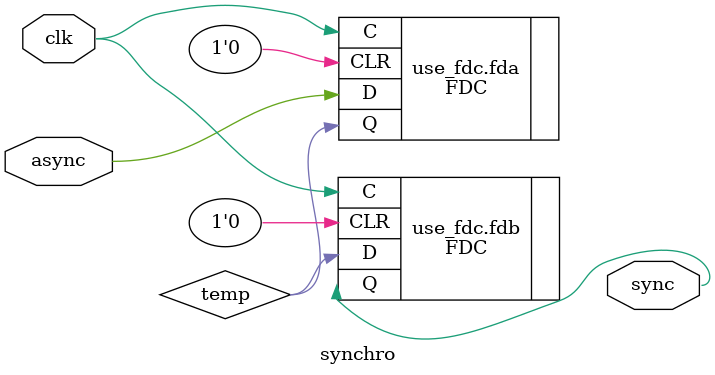
<source format=v>

`timescale 1 ns / 1 ps

module synchro
  #(
  parameter          INITIALIZE = "LOGIC0"
  )

  (
  input  wire        async,
  input  wire        clk,
  output wire        sync
  );

  //******************************************************************//
  // Synchronizer.                                                    //
  //******************************************************************//

  wire        temp;

  generate
    if (INITIALIZE == "LOGIC1")
    begin : use_fdp
      FDP fda (.Q(temp),.D(async),.C(clk),.PRE(1'b0));
      FDP fdb (.Q(sync),.D(temp),.C(clk),.PRE(1'b0));
    end
    else
    begin : use_fdc
      FDC fda (.Q(temp),.D(async),.C(clk),.CLR(1'b0));
      FDC fdb (.Q(sync),.D(temp),.C(clk),.CLR(1'b0));
    end
  endgenerate

  // synthesis attribute ASYNC_REG of fda is "TRUE";
  // synthesis attribute ASYNC_REG of fdb is "TRUE";
  // synthesis attribute HU_SET of fda is "SYNC";
  // synthesis attribute HU_SET of fdb is "SYNC";
  // synthesis attribute RLOC of fda is "X0Y0";
  // synthesis attribute RLOC of fdb is "X0Y0";

  //******************************************************************//
  //                                                                  //
  //******************************************************************//

endmodule
</source>
